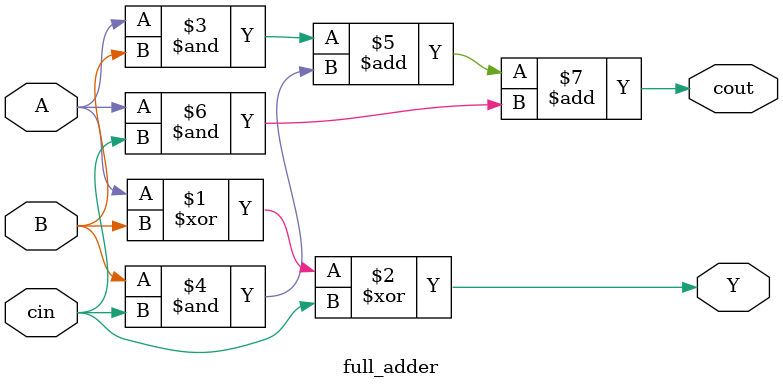
<source format=v>
module full_adder(
    input A,B,cin,
    output Y,cout
);

    assign Y = (A ^ B ^ cin);
    assign cout = (A & B) + (B & cin) + (A & cin);

endmodule
</source>
